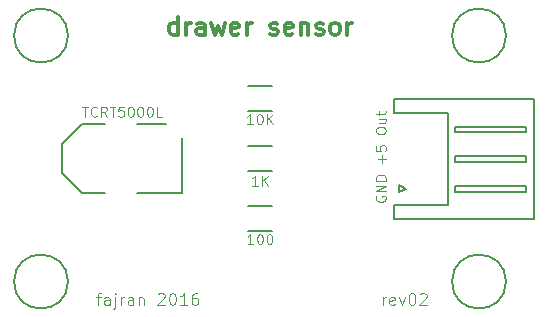
<source format=gbr>
G04 #@! TF.FileFunction,Legend,Top*
%FSLAX46Y46*%
G04 Gerber Fmt 4.6, Leading zero omitted, Abs format (unit mm)*
G04 Created by KiCad (PCBNEW 4.0.3+e1-6302~38~ubuntu15.04.1-stable) date Fri Aug 26 22:49:12 2016*
%MOMM*%
%LPD*%
G01*
G04 APERTURE LIST*
%ADD10C,0.100000*%
%ADD11C,0.300000*%
%ADD12C,0.150000*%
%ADD13C,0.200000*%
G04 APERTURE END LIST*
D10*
D11*
X144419715Y-87292571D02*
X144419715Y-85792571D01*
X144419715Y-87221143D02*
X144276858Y-87292571D01*
X143991144Y-87292571D01*
X143848286Y-87221143D01*
X143776858Y-87149714D01*
X143705429Y-87006857D01*
X143705429Y-86578286D01*
X143776858Y-86435429D01*
X143848286Y-86364000D01*
X143991144Y-86292571D01*
X144276858Y-86292571D01*
X144419715Y-86364000D01*
X145134001Y-87292571D02*
X145134001Y-86292571D01*
X145134001Y-86578286D02*
X145205429Y-86435429D01*
X145276858Y-86364000D01*
X145419715Y-86292571D01*
X145562572Y-86292571D01*
X146705429Y-87292571D02*
X146705429Y-86506857D01*
X146634000Y-86364000D01*
X146491143Y-86292571D01*
X146205429Y-86292571D01*
X146062572Y-86364000D01*
X146705429Y-87221143D02*
X146562572Y-87292571D01*
X146205429Y-87292571D01*
X146062572Y-87221143D01*
X145991143Y-87078286D01*
X145991143Y-86935429D01*
X146062572Y-86792571D01*
X146205429Y-86721143D01*
X146562572Y-86721143D01*
X146705429Y-86649714D01*
X147276858Y-86292571D02*
X147562572Y-87292571D01*
X147848286Y-86578286D01*
X148134001Y-87292571D01*
X148419715Y-86292571D01*
X149562572Y-87221143D02*
X149419715Y-87292571D01*
X149134001Y-87292571D01*
X148991144Y-87221143D01*
X148919715Y-87078286D01*
X148919715Y-86506857D01*
X148991144Y-86364000D01*
X149134001Y-86292571D01*
X149419715Y-86292571D01*
X149562572Y-86364000D01*
X149634001Y-86506857D01*
X149634001Y-86649714D01*
X148919715Y-86792571D01*
X150276858Y-87292571D02*
X150276858Y-86292571D01*
X150276858Y-86578286D02*
X150348286Y-86435429D01*
X150419715Y-86364000D01*
X150562572Y-86292571D01*
X150705429Y-86292571D01*
X152276857Y-87221143D02*
X152419714Y-87292571D01*
X152705429Y-87292571D01*
X152848286Y-87221143D01*
X152919714Y-87078286D01*
X152919714Y-87006857D01*
X152848286Y-86864000D01*
X152705429Y-86792571D01*
X152491143Y-86792571D01*
X152348286Y-86721143D01*
X152276857Y-86578286D01*
X152276857Y-86506857D01*
X152348286Y-86364000D01*
X152491143Y-86292571D01*
X152705429Y-86292571D01*
X152848286Y-86364000D01*
X154134000Y-87221143D02*
X153991143Y-87292571D01*
X153705429Y-87292571D01*
X153562572Y-87221143D01*
X153491143Y-87078286D01*
X153491143Y-86506857D01*
X153562572Y-86364000D01*
X153705429Y-86292571D01*
X153991143Y-86292571D01*
X154134000Y-86364000D01*
X154205429Y-86506857D01*
X154205429Y-86649714D01*
X153491143Y-86792571D01*
X154848286Y-86292571D02*
X154848286Y-87292571D01*
X154848286Y-86435429D02*
X154919714Y-86364000D01*
X155062572Y-86292571D01*
X155276857Y-86292571D01*
X155419714Y-86364000D01*
X155491143Y-86506857D01*
X155491143Y-87292571D01*
X156134000Y-87221143D02*
X156276857Y-87292571D01*
X156562572Y-87292571D01*
X156705429Y-87221143D01*
X156776857Y-87078286D01*
X156776857Y-87006857D01*
X156705429Y-86864000D01*
X156562572Y-86792571D01*
X156348286Y-86792571D01*
X156205429Y-86721143D01*
X156134000Y-86578286D01*
X156134000Y-86506857D01*
X156205429Y-86364000D01*
X156348286Y-86292571D01*
X156562572Y-86292571D01*
X156705429Y-86364000D01*
X157634001Y-87292571D02*
X157491143Y-87221143D01*
X157419715Y-87149714D01*
X157348286Y-87006857D01*
X157348286Y-86578286D01*
X157419715Y-86435429D01*
X157491143Y-86364000D01*
X157634001Y-86292571D01*
X157848286Y-86292571D01*
X157991143Y-86364000D01*
X158062572Y-86435429D01*
X158134001Y-86578286D01*
X158134001Y-87006857D01*
X158062572Y-87149714D01*
X157991143Y-87221143D01*
X157848286Y-87292571D01*
X157634001Y-87292571D01*
X158776858Y-87292571D02*
X158776858Y-86292571D01*
X158776858Y-86578286D02*
X158848286Y-86435429D01*
X158919715Y-86364000D01*
X159062572Y-86292571D01*
X159205429Y-86292571D01*
D10*
X161782095Y-110180381D02*
X161782095Y-109513714D01*
X161782095Y-109704190D02*
X161829714Y-109608952D01*
X161877333Y-109561333D01*
X161972571Y-109513714D01*
X162067810Y-109513714D01*
X162782096Y-110132762D02*
X162686858Y-110180381D01*
X162496381Y-110180381D01*
X162401143Y-110132762D01*
X162353524Y-110037524D01*
X162353524Y-109656571D01*
X162401143Y-109561333D01*
X162496381Y-109513714D01*
X162686858Y-109513714D01*
X162782096Y-109561333D01*
X162829715Y-109656571D01*
X162829715Y-109751810D01*
X162353524Y-109847048D01*
X163163048Y-109513714D02*
X163401143Y-110180381D01*
X163639239Y-109513714D01*
X164210667Y-109180381D02*
X164305906Y-109180381D01*
X164401144Y-109228000D01*
X164448763Y-109275619D01*
X164496382Y-109370857D01*
X164544001Y-109561333D01*
X164544001Y-109799429D01*
X164496382Y-109989905D01*
X164448763Y-110085143D01*
X164401144Y-110132762D01*
X164305906Y-110180381D01*
X164210667Y-110180381D01*
X164115429Y-110132762D01*
X164067810Y-110085143D01*
X164020191Y-109989905D01*
X163972572Y-109799429D01*
X163972572Y-109561333D01*
X164020191Y-109370857D01*
X164067810Y-109275619D01*
X164115429Y-109228000D01*
X164210667Y-109180381D01*
X164924953Y-109275619D02*
X164972572Y-109228000D01*
X165067810Y-109180381D01*
X165305906Y-109180381D01*
X165401144Y-109228000D01*
X165448763Y-109275619D01*
X165496382Y-109370857D01*
X165496382Y-109466095D01*
X165448763Y-109608952D01*
X164877334Y-110180381D01*
X165496382Y-110180381D01*
X137509238Y-109513714D02*
X137890190Y-109513714D01*
X137652095Y-110180381D02*
X137652095Y-109323238D01*
X137699714Y-109228000D01*
X137794952Y-109180381D01*
X137890190Y-109180381D01*
X138652096Y-110180381D02*
X138652096Y-109656571D01*
X138604477Y-109561333D01*
X138509239Y-109513714D01*
X138318762Y-109513714D01*
X138223524Y-109561333D01*
X138652096Y-110132762D02*
X138556858Y-110180381D01*
X138318762Y-110180381D01*
X138223524Y-110132762D01*
X138175905Y-110037524D01*
X138175905Y-109942286D01*
X138223524Y-109847048D01*
X138318762Y-109799429D01*
X138556858Y-109799429D01*
X138652096Y-109751810D01*
X139128286Y-109513714D02*
X139128286Y-110370857D01*
X139080667Y-110466095D01*
X138985429Y-110513714D01*
X138937810Y-110513714D01*
X139128286Y-109180381D02*
X139080667Y-109228000D01*
X139128286Y-109275619D01*
X139175905Y-109228000D01*
X139128286Y-109180381D01*
X139128286Y-109275619D01*
X139604476Y-110180381D02*
X139604476Y-109513714D01*
X139604476Y-109704190D02*
X139652095Y-109608952D01*
X139699714Y-109561333D01*
X139794952Y-109513714D01*
X139890191Y-109513714D01*
X140652096Y-110180381D02*
X140652096Y-109656571D01*
X140604477Y-109561333D01*
X140509239Y-109513714D01*
X140318762Y-109513714D01*
X140223524Y-109561333D01*
X140652096Y-110132762D02*
X140556858Y-110180381D01*
X140318762Y-110180381D01*
X140223524Y-110132762D01*
X140175905Y-110037524D01*
X140175905Y-109942286D01*
X140223524Y-109847048D01*
X140318762Y-109799429D01*
X140556858Y-109799429D01*
X140652096Y-109751810D01*
X141128286Y-109513714D02*
X141128286Y-110180381D01*
X141128286Y-109608952D02*
X141175905Y-109561333D01*
X141271143Y-109513714D01*
X141414001Y-109513714D01*
X141509239Y-109561333D01*
X141556858Y-109656571D01*
X141556858Y-110180381D01*
X142747334Y-109275619D02*
X142794953Y-109228000D01*
X142890191Y-109180381D01*
X143128287Y-109180381D01*
X143223525Y-109228000D01*
X143271144Y-109275619D01*
X143318763Y-109370857D01*
X143318763Y-109466095D01*
X143271144Y-109608952D01*
X142699715Y-110180381D01*
X143318763Y-110180381D01*
X143937810Y-109180381D02*
X144033049Y-109180381D01*
X144128287Y-109228000D01*
X144175906Y-109275619D01*
X144223525Y-109370857D01*
X144271144Y-109561333D01*
X144271144Y-109799429D01*
X144223525Y-109989905D01*
X144175906Y-110085143D01*
X144128287Y-110132762D01*
X144033049Y-110180381D01*
X143937810Y-110180381D01*
X143842572Y-110132762D01*
X143794953Y-110085143D01*
X143747334Y-109989905D01*
X143699715Y-109799429D01*
X143699715Y-109561333D01*
X143747334Y-109370857D01*
X143794953Y-109275619D01*
X143842572Y-109228000D01*
X143937810Y-109180381D01*
X145223525Y-110180381D02*
X144652096Y-110180381D01*
X144937810Y-110180381D02*
X144937810Y-109180381D01*
X144842572Y-109323238D01*
X144747334Y-109418476D01*
X144652096Y-109466095D01*
X146080668Y-109180381D02*
X145890191Y-109180381D01*
X145794953Y-109228000D01*
X145747334Y-109275619D01*
X145652096Y-109418476D01*
X145604477Y-109608952D01*
X145604477Y-109989905D01*
X145652096Y-110085143D01*
X145699715Y-110132762D01*
X145794953Y-110180381D01*
X145985430Y-110180381D01*
X146080668Y-110132762D01*
X146128287Y-110085143D01*
X146175906Y-109989905D01*
X146175906Y-109751810D01*
X146128287Y-109656571D01*
X146080668Y-109608952D01*
X145985430Y-109561333D01*
X145794953Y-109561333D01*
X145699715Y-109608952D01*
X145652096Y-109656571D01*
X145604477Y-109751810D01*
X161246000Y-100961809D02*
X161205524Y-101042761D01*
X161205524Y-101164190D01*
X161246000Y-101285618D01*
X161326952Y-101366571D01*
X161407905Y-101407047D01*
X161569810Y-101447523D01*
X161691238Y-101447523D01*
X161853143Y-101407047D01*
X161934095Y-101366571D01*
X162015048Y-101285618D01*
X162055524Y-101164190D01*
X162055524Y-101083238D01*
X162015048Y-100961809D01*
X161974571Y-100921333D01*
X161691238Y-100921333D01*
X161691238Y-101083238D01*
X162055524Y-100557047D02*
X161205524Y-100557047D01*
X162055524Y-100071333D01*
X161205524Y-100071333D01*
X162055524Y-99666571D02*
X161205524Y-99666571D01*
X161205524Y-99464190D01*
X161246000Y-99342762D01*
X161326952Y-99261809D01*
X161407905Y-99221333D01*
X161569810Y-99180857D01*
X161691238Y-99180857D01*
X161853143Y-99221333D01*
X161934095Y-99261809D01*
X162015048Y-99342762D01*
X162055524Y-99464190D01*
X162055524Y-99666571D01*
X161731714Y-98168952D02*
X161731714Y-97521333D01*
X162055524Y-97845143D02*
X161407905Y-97845143D01*
X161205524Y-96711809D02*
X161205524Y-97116571D01*
X161610286Y-97157047D01*
X161569810Y-97116571D01*
X161529333Y-97035619D01*
X161529333Y-96833238D01*
X161569810Y-96752285D01*
X161610286Y-96711809D01*
X161691238Y-96671333D01*
X161893619Y-96671333D01*
X161974571Y-96711809D01*
X162015048Y-96752285D01*
X162055524Y-96833238D01*
X162055524Y-97035619D01*
X162015048Y-97116571D01*
X161974571Y-97157047D01*
X161205524Y-95497523D02*
X161205524Y-95335619D01*
X161246000Y-95254666D01*
X161326952Y-95173714D01*
X161488857Y-95133238D01*
X161772190Y-95133238D01*
X161934095Y-95173714D01*
X162015048Y-95254666D01*
X162055524Y-95335619D01*
X162055524Y-95497523D01*
X162015048Y-95578476D01*
X161934095Y-95659428D01*
X161772190Y-95699904D01*
X161488857Y-95699904D01*
X161326952Y-95659428D01*
X161246000Y-95578476D01*
X161205524Y-95497523D01*
X161488857Y-94404666D02*
X162055524Y-94404666D01*
X161488857Y-94768952D02*
X161934095Y-94768952D01*
X162015048Y-94728476D01*
X162055524Y-94647523D01*
X162055524Y-94526095D01*
X162015048Y-94445143D01*
X161974571Y-94404666D01*
X161488857Y-94121333D02*
X161488857Y-93797523D01*
X161205524Y-93999904D02*
X161934095Y-93999904D01*
X162015048Y-93959428D01*
X162055524Y-93878475D01*
X162055524Y-93797523D01*
D12*
X135128000Y-87376000D02*
G75*
G03X135128000Y-87376000I-2286000J0D01*
G01*
X172212000Y-87376000D02*
G75*
G03X172212000Y-87376000I-2286000J0D01*
G01*
X135128000Y-108204000D02*
G75*
G03X135128000Y-108204000I-2286000J0D01*
G01*
X172212000Y-108204000D02*
G75*
G03X172212000Y-108204000I-2286000J0D01*
G01*
X152384000Y-93785000D02*
X150384000Y-93785000D01*
X150384000Y-91635000D02*
X152384000Y-91635000D01*
X150384000Y-96715000D02*
X152384000Y-96715000D01*
X152384000Y-98865000D02*
X150384000Y-98865000D01*
X150384000Y-101795000D02*
X152384000Y-101795000D01*
X152384000Y-103945000D02*
X150384000Y-103945000D01*
D13*
X144800000Y-100690000D02*
X141000000Y-100690000D01*
X138300000Y-100690000D02*
X136300000Y-100690000D01*
X136300000Y-94890000D02*
X138300000Y-94890000D01*
X141000000Y-94890000D02*
X143400000Y-94890000D01*
X144800000Y-96090000D02*
X144800000Y-100690000D01*
X136300000Y-100690000D02*
X134600000Y-98990000D01*
X134600000Y-98990000D02*
X134600000Y-96590000D01*
X134600000Y-96590000D02*
X136300000Y-94890000D01*
D12*
X174577000Y-97830000D02*
X174577000Y-102930000D01*
X174577000Y-102930000D02*
X162777000Y-102930000D01*
X162777000Y-102930000D02*
X162777000Y-101730000D01*
X162777000Y-101730000D02*
X167277000Y-101730000D01*
X167277000Y-101730000D02*
X167277000Y-97830000D01*
X174577000Y-97830000D02*
X174577000Y-92730000D01*
X174577000Y-92730000D02*
X162777000Y-92730000D01*
X162777000Y-92730000D02*
X162777000Y-93930000D01*
X162777000Y-93930000D02*
X167277000Y-93930000D01*
X167277000Y-93930000D02*
X167277000Y-97830000D01*
X167927000Y-100580000D02*
X173927000Y-100580000D01*
X173927000Y-100580000D02*
X173927000Y-100080000D01*
X173927000Y-100080000D02*
X167927000Y-100080000D01*
X167927000Y-100080000D02*
X167927000Y-100580000D01*
X167927000Y-98080000D02*
X173927000Y-98080000D01*
X173927000Y-98080000D02*
X173927000Y-97580000D01*
X173927000Y-97580000D02*
X167927000Y-97580000D01*
X167927000Y-97580000D02*
X167927000Y-98080000D01*
X167927000Y-95580000D02*
X173927000Y-95580000D01*
X173927000Y-95580000D02*
X173927000Y-95080000D01*
X173927000Y-95080000D02*
X167927000Y-95080000D01*
X167927000Y-95080000D02*
X167927000Y-95580000D01*
X163727000Y-100330000D02*
X163127000Y-100630000D01*
X163127000Y-100630000D02*
X163127000Y-100030000D01*
X163127000Y-100030000D02*
X163727000Y-100330000D01*
D10*
X150797095Y-94872524D02*
X150311381Y-94872524D01*
X150554238Y-94872524D02*
X150554238Y-94022524D01*
X150473286Y-94143952D01*
X150392333Y-94224905D01*
X150311381Y-94265381D01*
X151323286Y-94022524D02*
X151404238Y-94022524D01*
X151485190Y-94063000D01*
X151525667Y-94103476D01*
X151566143Y-94184429D01*
X151606619Y-94346333D01*
X151606619Y-94548714D01*
X151566143Y-94710619D01*
X151525667Y-94791571D01*
X151485190Y-94832048D01*
X151404238Y-94872524D01*
X151323286Y-94872524D01*
X151242333Y-94832048D01*
X151201857Y-94791571D01*
X151161381Y-94710619D01*
X151120905Y-94548714D01*
X151120905Y-94346333D01*
X151161381Y-94184429D01*
X151201857Y-94103476D01*
X151242333Y-94063000D01*
X151323286Y-94022524D01*
X151970905Y-94872524D02*
X151970905Y-94022524D01*
X152456619Y-94872524D02*
X152092334Y-94386810D01*
X152456619Y-94022524D02*
X151970905Y-94508238D01*
X151201857Y-100079524D02*
X150716143Y-100079524D01*
X150959000Y-100079524D02*
X150959000Y-99229524D01*
X150878048Y-99350952D01*
X150797095Y-99431905D01*
X150716143Y-99472381D01*
X151566143Y-100079524D02*
X151566143Y-99229524D01*
X152051857Y-100079524D02*
X151687572Y-99593810D01*
X152051857Y-99229524D02*
X151566143Y-99715238D01*
X150817333Y-105032524D02*
X150331619Y-105032524D01*
X150574476Y-105032524D02*
X150574476Y-104182524D01*
X150493524Y-104303952D01*
X150412571Y-104384905D01*
X150331619Y-104425381D01*
X151343524Y-104182524D02*
X151424476Y-104182524D01*
X151505428Y-104223000D01*
X151545905Y-104263476D01*
X151586381Y-104344429D01*
X151626857Y-104506333D01*
X151626857Y-104708714D01*
X151586381Y-104870619D01*
X151545905Y-104951571D01*
X151505428Y-104992048D01*
X151424476Y-105032524D01*
X151343524Y-105032524D01*
X151262571Y-104992048D01*
X151222095Y-104951571D01*
X151181619Y-104870619D01*
X151141143Y-104708714D01*
X151141143Y-104506333D01*
X151181619Y-104344429D01*
X151222095Y-104263476D01*
X151262571Y-104223000D01*
X151343524Y-104182524D01*
X152153048Y-104182524D02*
X152234000Y-104182524D01*
X152314952Y-104223000D01*
X152355429Y-104263476D01*
X152395905Y-104344429D01*
X152436381Y-104506333D01*
X152436381Y-104708714D01*
X152395905Y-104870619D01*
X152355429Y-104951571D01*
X152314952Y-104992048D01*
X152234000Y-105032524D01*
X152153048Y-105032524D01*
X152072095Y-104992048D01*
X152031619Y-104951571D01*
X151991143Y-104870619D01*
X151950667Y-104708714D01*
X151950667Y-104506333D01*
X151991143Y-104344429D01*
X152031619Y-104263476D01*
X152072095Y-104223000D01*
X152153048Y-104182524D01*
X136320238Y-93387524D02*
X136805953Y-93387524D01*
X136563096Y-94237524D02*
X136563096Y-93387524D01*
X137575000Y-94156571D02*
X137534524Y-94197048D01*
X137413095Y-94237524D01*
X137332143Y-94237524D01*
X137210715Y-94197048D01*
X137129762Y-94116095D01*
X137089286Y-94035143D01*
X137048810Y-93873238D01*
X137048810Y-93751810D01*
X137089286Y-93589905D01*
X137129762Y-93508952D01*
X137210715Y-93428000D01*
X137332143Y-93387524D01*
X137413095Y-93387524D01*
X137534524Y-93428000D01*
X137575000Y-93468476D01*
X138425000Y-94237524D02*
X138141667Y-93832762D01*
X137939286Y-94237524D02*
X137939286Y-93387524D01*
X138263095Y-93387524D01*
X138344048Y-93428000D01*
X138384524Y-93468476D01*
X138425000Y-93549429D01*
X138425000Y-93670857D01*
X138384524Y-93751810D01*
X138344048Y-93792286D01*
X138263095Y-93832762D01*
X137939286Y-93832762D01*
X138667857Y-93387524D02*
X139153572Y-93387524D01*
X138910715Y-94237524D02*
X138910715Y-93387524D01*
X139841667Y-93387524D02*
X139436905Y-93387524D01*
X139396429Y-93792286D01*
X139436905Y-93751810D01*
X139517857Y-93711333D01*
X139720238Y-93711333D01*
X139801191Y-93751810D01*
X139841667Y-93792286D01*
X139882143Y-93873238D01*
X139882143Y-94075619D01*
X139841667Y-94156571D01*
X139801191Y-94197048D01*
X139720238Y-94237524D01*
X139517857Y-94237524D01*
X139436905Y-94197048D01*
X139396429Y-94156571D01*
X140408334Y-93387524D02*
X140489286Y-93387524D01*
X140570238Y-93428000D01*
X140610715Y-93468476D01*
X140651191Y-93549429D01*
X140691667Y-93711333D01*
X140691667Y-93913714D01*
X140651191Y-94075619D01*
X140610715Y-94156571D01*
X140570238Y-94197048D01*
X140489286Y-94237524D01*
X140408334Y-94237524D01*
X140327381Y-94197048D01*
X140286905Y-94156571D01*
X140246429Y-94075619D01*
X140205953Y-93913714D01*
X140205953Y-93711333D01*
X140246429Y-93549429D01*
X140286905Y-93468476D01*
X140327381Y-93428000D01*
X140408334Y-93387524D01*
X141217858Y-93387524D02*
X141298810Y-93387524D01*
X141379762Y-93428000D01*
X141420239Y-93468476D01*
X141460715Y-93549429D01*
X141501191Y-93711333D01*
X141501191Y-93913714D01*
X141460715Y-94075619D01*
X141420239Y-94156571D01*
X141379762Y-94197048D01*
X141298810Y-94237524D01*
X141217858Y-94237524D01*
X141136905Y-94197048D01*
X141096429Y-94156571D01*
X141055953Y-94075619D01*
X141015477Y-93913714D01*
X141015477Y-93711333D01*
X141055953Y-93549429D01*
X141096429Y-93468476D01*
X141136905Y-93428000D01*
X141217858Y-93387524D01*
X142027382Y-93387524D02*
X142108334Y-93387524D01*
X142189286Y-93428000D01*
X142229763Y-93468476D01*
X142270239Y-93549429D01*
X142310715Y-93711333D01*
X142310715Y-93913714D01*
X142270239Y-94075619D01*
X142229763Y-94156571D01*
X142189286Y-94197048D01*
X142108334Y-94237524D01*
X142027382Y-94237524D01*
X141946429Y-94197048D01*
X141905953Y-94156571D01*
X141865477Y-94075619D01*
X141825001Y-93913714D01*
X141825001Y-93711333D01*
X141865477Y-93549429D01*
X141905953Y-93468476D01*
X141946429Y-93428000D01*
X142027382Y-93387524D01*
X143079763Y-94237524D02*
X142675001Y-94237524D01*
X142675001Y-93387524D01*
M02*

</source>
